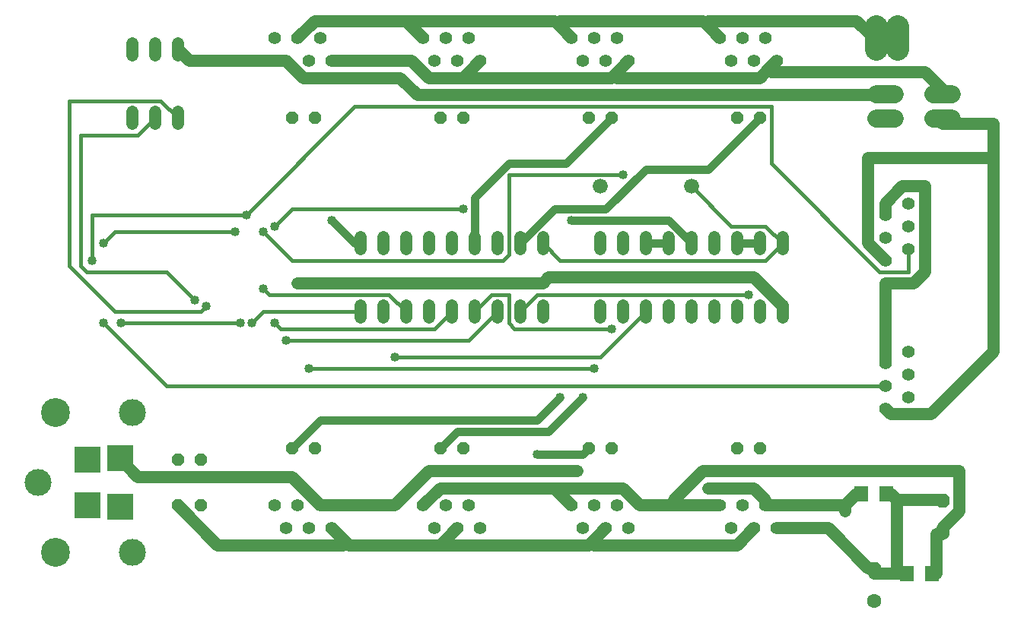
<source format=gbl>
G75*
G70*
%OFA0B0*%
%FSLAX24Y24*%
%IPPOS*%
%LPD*%
%AMOC8*
5,1,8,0,0,1.08239X$1,22.5*
%
%ADD10C,0.0520*%
%ADD11C,0.0554*%
%ADD12OC8,0.0520*%
%ADD13C,0.0660*%
%ADD14C,0.0787*%
%ADD15C,0.1181*%
%ADD16C,0.1266*%
%ADD17R,0.1181X0.1181*%
%ADD18C,0.1000*%
%ADD19R,0.0630X0.0709*%
%ADD20OC8,0.0630*%
%ADD21C,0.0630*%
%ADD22C,0.0540*%
%ADD23C,0.0400*%
%ADD24C,0.0360*%
%ADD25C,0.0180*%
D10*
X015100Y014944D02*
X015100Y015464D01*
X016100Y015464D02*
X016100Y014944D01*
X017100Y014944D02*
X017100Y015464D01*
X018100Y015464D02*
X018100Y014944D01*
X019100Y014944D02*
X019100Y015464D01*
X020100Y015464D02*
X020100Y014944D01*
X021100Y014944D02*
X021100Y015464D01*
X022100Y015464D02*
X022100Y014944D01*
X023100Y014944D02*
X023100Y015464D01*
X025600Y015464D02*
X025600Y014944D01*
X026600Y014944D02*
X026600Y015464D01*
X027600Y015464D02*
X027600Y014944D01*
X028600Y014944D02*
X028600Y015464D01*
X029600Y015464D02*
X029600Y014944D01*
X030600Y014944D02*
X030600Y015464D01*
X031600Y015464D02*
X031600Y014944D01*
X032600Y014944D02*
X032600Y015464D01*
X033600Y015464D02*
X033600Y014944D01*
X033600Y017944D02*
X033600Y018464D01*
X032600Y018464D02*
X032600Y017944D01*
X031600Y017944D02*
X031600Y018464D01*
X030600Y018464D02*
X030600Y017944D01*
X029600Y017944D02*
X029600Y018464D01*
X028600Y018464D02*
X028600Y017944D01*
X027600Y017944D02*
X027600Y018464D01*
X026600Y018464D02*
X026600Y017944D01*
X025600Y017944D02*
X025600Y018464D01*
X023100Y018464D02*
X023100Y017944D01*
X022100Y017944D02*
X022100Y018464D01*
X021100Y018464D02*
X021100Y017944D01*
X020100Y017944D02*
X020100Y018464D01*
X019100Y018464D02*
X019100Y017944D01*
X018100Y017944D02*
X018100Y018464D01*
X017100Y018464D02*
X017100Y017944D01*
X016100Y017944D02*
X016100Y018464D01*
X015100Y018464D02*
X015100Y017944D01*
X007100Y023444D02*
X007100Y023964D01*
X006100Y023964D02*
X006100Y023444D01*
X005100Y023444D02*
X005100Y023964D01*
X005100Y026444D02*
X005100Y026964D01*
X006100Y026964D02*
X006100Y026444D01*
X007100Y026444D02*
X007100Y026964D01*
D11*
X011350Y027204D03*
X012350Y027204D03*
X013350Y027204D03*
X012850Y026204D03*
X011850Y026204D03*
X013850Y026204D03*
X017850Y027204D03*
X018850Y027204D03*
X019850Y027204D03*
X019350Y026204D03*
X020350Y026204D03*
X018350Y026204D03*
X024350Y027204D03*
X025350Y027204D03*
X026350Y027204D03*
X025850Y026204D03*
X024850Y026204D03*
X026850Y026204D03*
X030850Y027204D03*
X031850Y027204D03*
X032850Y027204D03*
X032350Y026204D03*
X033350Y026204D03*
X031350Y026204D03*
X039100Y019954D03*
X038100Y019454D03*
X039100Y018954D03*
X038100Y018454D03*
X039100Y017954D03*
X038100Y017454D03*
X039100Y013454D03*
X038100Y012954D03*
X039100Y012454D03*
X038100Y011954D03*
X039100Y011454D03*
X038100Y010954D03*
X032850Y006704D03*
X031850Y006704D03*
X030850Y006704D03*
X031350Y005704D03*
X032350Y005704D03*
X033350Y005704D03*
X026850Y005704D03*
X025850Y005704D03*
X024850Y005704D03*
X024350Y006704D03*
X025350Y006704D03*
X026350Y006704D03*
X020350Y005704D03*
X019350Y005704D03*
X018350Y005704D03*
X017850Y006704D03*
X018850Y006704D03*
X019850Y006704D03*
X013850Y005704D03*
X012850Y005704D03*
X011850Y005704D03*
X011350Y006704D03*
X012350Y006704D03*
X013350Y006704D03*
D12*
X013100Y009204D03*
X012100Y009204D03*
X008100Y008704D03*
X007100Y008704D03*
X007100Y006704D03*
X008100Y006704D03*
X018600Y009204D03*
X019600Y009204D03*
X025100Y009204D03*
X026100Y009204D03*
X031600Y009204D03*
X032600Y009204D03*
X032600Y023704D03*
X031600Y023704D03*
X026100Y023704D03*
X025100Y023704D03*
X019600Y023704D03*
X018600Y023704D03*
X013100Y023704D03*
X012100Y023704D03*
D13*
X025600Y020704D03*
X029600Y020704D03*
D14*
X037706Y023674D02*
X038494Y023674D01*
X038494Y024734D02*
X037706Y024734D01*
X040206Y024734D02*
X040994Y024734D01*
X040994Y023674D02*
X040206Y023674D01*
D15*
X005100Y010775D03*
X000966Y007704D03*
X005100Y004633D03*
D16*
X001754Y004633D03*
X001754Y010775D03*
D17*
X003131Y008688D03*
X004569Y008767D03*
X004569Y006641D03*
X003131Y006720D03*
D18*
X037695Y026704D02*
X037695Y027704D01*
X038630Y027704D02*
X038630Y026704D01*
D19*
X038151Y007204D03*
X037049Y007204D03*
X039049Y003704D03*
X040151Y003704D03*
D20*
X037600Y003904D03*
X040600Y006904D03*
D21*
X040600Y005504D03*
X037600Y002504D03*
D22*
X037600Y003704D02*
X037600Y003904D01*
X037350Y003954D01*
X035600Y005704D01*
X033350Y005704D01*
X032350Y005704D02*
X031600Y004954D01*
X025350Y004954D01*
X025225Y005079D01*
X025850Y005704D01*
X025225Y005079D02*
X025100Y004954D01*
X018600Y004954D01*
X019350Y005704D01*
X018600Y004954D02*
X014600Y004954D01*
X014475Y005079D01*
X014350Y004954D01*
X008850Y004954D01*
X007100Y006704D01*
X005350Y007954D02*
X004600Y008704D01*
X004569Y008767D01*
X005350Y007954D02*
X012100Y007954D01*
X013350Y006704D01*
X016600Y006704D01*
X018100Y008204D01*
X024600Y008204D01*
X023600Y007454D02*
X026600Y007454D01*
X027350Y006704D01*
X028850Y006704D01*
X028850Y006954D01*
X030100Y008204D01*
X041350Y008204D01*
X041350Y006454D01*
X040600Y005704D01*
X040600Y005504D01*
X040600Y005454D01*
X040350Y005454D01*
X040350Y003704D01*
X040151Y003704D01*
X039049Y003704D02*
X038600Y003704D01*
X038600Y006954D01*
X040600Y006954D01*
X040600Y006904D01*
X038600Y006954D02*
X038350Y007204D01*
X038151Y007204D01*
X037049Y007204D02*
X036850Y007204D01*
X036350Y006704D01*
X036350Y006454D01*
X036350Y006704D02*
X032850Y006704D01*
X032850Y006954D01*
X032350Y007454D01*
X030350Y007454D01*
X030850Y006704D02*
X028850Y006704D01*
X024350Y006704D02*
X023600Y007454D01*
X018600Y007454D01*
X017850Y006704D01*
X014475Y005079D02*
X013850Y005704D01*
X012350Y016454D02*
X023100Y016454D01*
X023350Y016704D01*
X032350Y016704D01*
X033600Y015454D01*
X033600Y015204D01*
X037350Y018204D02*
X037350Y021954D01*
X042850Y021954D01*
X042850Y013454D01*
X040100Y010704D01*
X038350Y010704D01*
X038100Y010954D01*
X038100Y012954D02*
X038100Y016454D01*
X039350Y016454D01*
X039850Y016954D01*
X039850Y020704D01*
X038850Y020704D01*
X038100Y019954D01*
X038100Y019454D01*
X037350Y018204D02*
X038100Y017454D01*
X042850Y021954D02*
X042850Y023454D01*
X040600Y023454D01*
X040600Y023674D01*
X040600Y024734D02*
X040600Y024954D01*
X039850Y025704D01*
X033100Y025704D01*
X032975Y025829D01*
X033350Y026204D01*
X032975Y025829D02*
X032600Y025454D01*
X026350Y025454D01*
X026225Y025579D01*
X026850Y026204D01*
X026225Y025579D02*
X026100Y025454D01*
X019600Y025454D01*
X020350Y026204D01*
X019600Y025454D02*
X018100Y025454D01*
X017350Y026204D01*
X013850Y026204D01*
X012600Y025454D02*
X011850Y026204D01*
X007600Y026204D01*
X007100Y026704D01*
X012350Y027204D02*
X013100Y027954D01*
X017100Y027954D01*
X023600Y027954D01*
X023725Y027829D01*
X023850Y027954D01*
X030100Y027954D01*
X030225Y027829D01*
X030350Y027954D01*
X036850Y027954D01*
X037600Y027204D01*
X037695Y027204D01*
X038100Y024734D02*
X038100Y024704D01*
X033100Y024704D01*
X017600Y024704D01*
X016850Y025454D01*
X016600Y025454D01*
X012600Y025454D01*
X017100Y027954D02*
X017850Y027204D01*
X023725Y027829D02*
X024350Y027204D01*
X030225Y027829D02*
X030850Y027204D01*
X037600Y003704D02*
X038600Y003704D01*
D23*
X036350Y006454D03*
X030350Y007454D03*
X024850Y011454D03*
X023850Y011454D03*
X025350Y012704D03*
X026100Y014454D03*
X023100Y016454D03*
X024350Y019204D03*
X026600Y021204D03*
X033100Y024704D03*
X032100Y015954D03*
X022850Y008954D03*
X024600Y008204D03*
X018100Y008204D03*
X012850Y012704D03*
X011850Y013954D03*
X011350Y014704D03*
X010350Y014704D03*
X009850Y014704D03*
X008350Y015454D03*
X007850Y015704D03*
X010850Y016204D03*
X012350Y016454D03*
X010850Y018704D03*
X011350Y018954D03*
X010100Y019454D03*
X009600Y018704D03*
X013850Y019204D03*
X019600Y019704D03*
X016600Y025454D03*
X003850Y018204D03*
X003350Y017454D03*
X003850Y014704D03*
X004600Y014704D03*
X016600Y013204D03*
D24*
X013350Y010454D02*
X012100Y009204D01*
X013350Y010454D02*
X022850Y010454D01*
X023850Y011454D01*
X024850Y011454D02*
X023350Y009954D01*
X019350Y009954D01*
X018600Y009204D01*
X022850Y008954D02*
X024850Y008954D01*
X025100Y009204D01*
X027600Y018204D02*
X028600Y018204D01*
X028600Y019204D02*
X024350Y019204D01*
X023600Y019704D02*
X022100Y018204D01*
X023600Y019704D02*
X025850Y019704D01*
X027600Y021454D01*
X030350Y021454D01*
X032600Y023704D01*
X028600Y019204D02*
X029600Y018204D01*
X031600Y018204D02*
X032600Y018204D01*
X026100Y023704D02*
X024100Y021704D01*
X021600Y021704D01*
X020100Y020204D01*
X020100Y018204D01*
X015100Y018204D02*
X014850Y018204D01*
X013850Y019204D01*
D25*
X012100Y019704D02*
X019600Y019704D01*
X021600Y021204D02*
X026600Y021204D01*
X029600Y020704D02*
X031350Y018954D01*
X032850Y018954D01*
X033600Y018204D01*
X032850Y017454D01*
X023850Y017454D01*
X023100Y018204D01*
X021600Y017704D02*
X021600Y021204D01*
X021600Y017704D02*
X021350Y017454D01*
X012100Y017454D01*
X010850Y018704D01*
X011350Y018954D02*
X012100Y019704D01*
X010100Y019454D02*
X014850Y024204D01*
X033100Y024204D01*
X033100Y021704D01*
X037850Y016954D01*
X039100Y016954D01*
X039100Y017954D01*
X032100Y015954D02*
X022850Y015954D01*
X022100Y015204D01*
X021600Y014704D02*
X021600Y015954D01*
X020850Y015954D01*
X020100Y015204D01*
X019100Y015204D02*
X018350Y014454D01*
X011600Y014454D01*
X011350Y014704D01*
X010850Y015204D02*
X015100Y015204D01*
X016350Y015954D02*
X017100Y015204D01*
X016350Y015954D02*
X011100Y015954D01*
X010850Y016204D01*
X010850Y015204D02*
X010350Y014704D01*
X009850Y014704D02*
X004600Y014704D01*
X004350Y015204D02*
X002350Y017204D01*
X002350Y024454D01*
X006350Y024454D01*
X007100Y023704D01*
X006100Y023704D02*
X005350Y022954D01*
X002850Y022954D01*
X002850Y017204D01*
X003100Y016954D01*
X006600Y016954D01*
X007850Y015704D01*
X008100Y015204D02*
X008350Y015454D01*
X008100Y015204D02*
X004350Y015204D01*
X003850Y014704D02*
X006600Y011954D01*
X038100Y011954D01*
X027600Y015204D02*
X025600Y013204D01*
X016600Y013204D01*
X019850Y013954D02*
X021100Y015204D01*
X021600Y014704D02*
X021850Y014454D01*
X026100Y014454D01*
X025350Y012704D02*
X012850Y012704D01*
X011850Y013954D02*
X019850Y013954D01*
X010100Y019454D02*
X003350Y019454D01*
X003350Y017454D01*
X003850Y018204D02*
X004350Y018704D01*
X009600Y018704D01*
M02*

</source>
